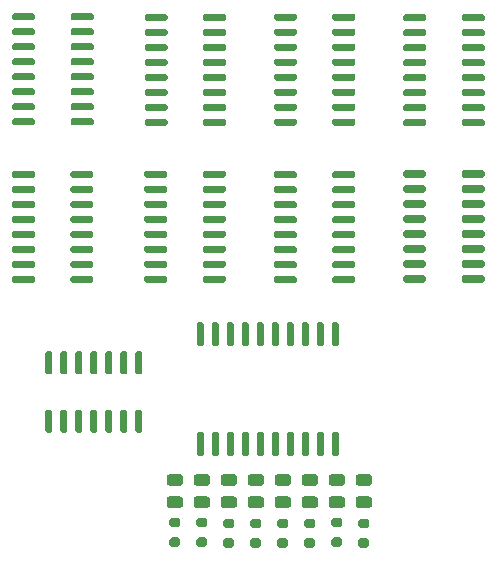
<source format=gbr>
%TF.GenerationSoftware,KiCad,Pcbnew,(5.1.10-1-10_14)*%
%TF.CreationDate,2021-09-23T00:24:02-04:00*%
%TF.ProjectId,BITWISE,42495457-4953-4452-9e6b-696361645f70,rev?*%
%TF.SameCoordinates,Original*%
%TF.FileFunction,Paste,Top*%
%TF.FilePolarity,Positive*%
%FSLAX46Y46*%
G04 Gerber Fmt 4.6, Leading zero omitted, Abs format (unit mm)*
G04 Created by KiCad (PCBNEW (5.1.10-1-10_14)) date 2021-09-23 00:24:02*
%MOMM*%
%LPD*%
G01*
G04 APERTURE LIST*
G04 APERTURE END LIST*
%TO.C,U18*%
G36*
G01*
X155171000Y-115639000D02*
X155471000Y-115639000D01*
G75*
G02*
X155621000Y-115789000I0J-150000D01*
G01*
X155621000Y-117539000D01*
G75*
G02*
X155471000Y-117689000I-150000J0D01*
G01*
X155171000Y-117689000D01*
G75*
G02*
X155021000Y-117539000I0J150000D01*
G01*
X155021000Y-115789000D01*
G75*
G02*
X155171000Y-115639000I150000J0D01*
G01*
G37*
G36*
G01*
X153901000Y-115639000D02*
X154201000Y-115639000D01*
G75*
G02*
X154351000Y-115789000I0J-150000D01*
G01*
X154351000Y-117539000D01*
G75*
G02*
X154201000Y-117689000I-150000J0D01*
G01*
X153901000Y-117689000D01*
G75*
G02*
X153751000Y-117539000I0J150000D01*
G01*
X153751000Y-115789000D01*
G75*
G02*
X153901000Y-115639000I150000J0D01*
G01*
G37*
G36*
G01*
X152631000Y-115639000D02*
X152931000Y-115639000D01*
G75*
G02*
X153081000Y-115789000I0J-150000D01*
G01*
X153081000Y-117539000D01*
G75*
G02*
X152931000Y-117689000I-150000J0D01*
G01*
X152631000Y-117689000D01*
G75*
G02*
X152481000Y-117539000I0J150000D01*
G01*
X152481000Y-115789000D01*
G75*
G02*
X152631000Y-115639000I150000J0D01*
G01*
G37*
G36*
G01*
X151361000Y-115639000D02*
X151661000Y-115639000D01*
G75*
G02*
X151811000Y-115789000I0J-150000D01*
G01*
X151811000Y-117539000D01*
G75*
G02*
X151661000Y-117689000I-150000J0D01*
G01*
X151361000Y-117689000D01*
G75*
G02*
X151211000Y-117539000I0J150000D01*
G01*
X151211000Y-115789000D01*
G75*
G02*
X151361000Y-115639000I150000J0D01*
G01*
G37*
G36*
G01*
X150091000Y-115639000D02*
X150391000Y-115639000D01*
G75*
G02*
X150541000Y-115789000I0J-150000D01*
G01*
X150541000Y-117539000D01*
G75*
G02*
X150391000Y-117689000I-150000J0D01*
G01*
X150091000Y-117689000D01*
G75*
G02*
X149941000Y-117539000I0J150000D01*
G01*
X149941000Y-115789000D01*
G75*
G02*
X150091000Y-115639000I150000J0D01*
G01*
G37*
G36*
G01*
X148821000Y-115639000D02*
X149121000Y-115639000D01*
G75*
G02*
X149271000Y-115789000I0J-150000D01*
G01*
X149271000Y-117539000D01*
G75*
G02*
X149121000Y-117689000I-150000J0D01*
G01*
X148821000Y-117689000D01*
G75*
G02*
X148671000Y-117539000I0J150000D01*
G01*
X148671000Y-115789000D01*
G75*
G02*
X148821000Y-115639000I150000J0D01*
G01*
G37*
G36*
G01*
X147551000Y-115639000D02*
X147851000Y-115639000D01*
G75*
G02*
X148001000Y-115789000I0J-150000D01*
G01*
X148001000Y-117539000D01*
G75*
G02*
X147851000Y-117689000I-150000J0D01*
G01*
X147551000Y-117689000D01*
G75*
G02*
X147401000Y-117539000I0J150000D01*
G01*
X147401000Y-115789000D01*
G75*
G02*
X147551000Y-115639000I150000J0D01*
G01*
G37*
G36*
G01*
X146281000Y-115639000D02*
X146581000Y-115639000D01*
G75*
G02*
X146731000Y-115789000I0J-150000D01*
G01*
X146731000Y-117539000D01*
G75*
G02*
X146581000Y-117689000I-150000J0D01*
G01*
X146281000Y-117689000D01*
G75*
G02*
X146131000Y-117539000I0J150000D01*
G01*
X146131000Y-115789000D01*
G75*
G02*
X146281000Y-115639000I150000J0D01*
G01*
G37*
G36*
G01*
X145011000Y-115639000D02*
X145311000Y-115639000D01*
G75*
G02*
X145461000Y-115789000I0J-150000D01*
G01*
X145461000Y-117539000D01*
G75*
G02*
X145311000Y-117689000I-150000J0D01*
G01*
X145011000Y-117689000D01*
G75*
G02*
X144861000Y-117539000I0J150000D01*
G01*
X144861000Y-115789000D01*
G75*
G02*
X145011000Y-115639000I150000J0D01*
G01*
G37*
G36*
G01*
X143741000Y-115639000D02*
X144041000Y-115639000D01*
G75*
G02*
X144191000Y-115789000I0J-150000D01*
G01*
X144191000Y-117539000D01*
G75*
G02*
X144041000Y-117689000I-150000J0D01*
G01*
X143741000Y-117689000D01*
G75*
G02*
X143591000Y-117539000I0J150000D01*
G01*
X143591000Y-115789000D01*
G75*
G02*
X143741000Y-115639000I150000J0D01*
G01*
G37*
G36*
G01*
X143741000Y-106339000D02*
X144041000Y-106339000D01*
G75*
G02*
X144191000Y-106489000I0J-150000D01*
G01*
X144191000Y-108239000D01*
G75*
G02*
X144041000Y-108389000I-150000J0D01*
G01*
X143741000Y-108389000D01*
G75*
G02*
X143591000Y-108239000I0J150000D01*
G01*
X143591000Y-106489000D01*
G75*
G02*
X143741000Y-106339000I150000J0D01*
G01*
G37*
G36*
G01*
X145011000Y-106339000D02*
X145311000Y-106339000D01*
G75*
G02*
X145461000Y-106489000I0J-150000D01*
G01*
X145461000Y-108239000D01*
G75*
G02*
X145311000Y-108389000I-150000J0D01*
G01*
X145011000Y-108389000D01*
G75*
G02*
X144861000Y-108239000I0J150000D01*
G01*
X144861000Y-106489000D01*
G75*
G02*
X145011000Y-106339000I150000J0D01*
G01*
G37*
G36*
G01*
X146281000Y-106339000D02*
X146581000Y-106339000D01*
G75*
G02*
X146731000Y-106489000I0J-150000D01*
G01*
X146731000Y-108239000D01*
G75*
G02*
X146581000Y-108389000I-150000J0D01*
G01*
X146281000Y-108389000D01*
G75*
G02*
X146131000Y-108239000I0J150000D01*
G01*
X146131000Y-106489000D01*
G75*
G02*
X146281000Y-106339000I150000J0D01*
G01*
G37*
G36*
G01*
X147551000Y-106339000D02*
X147851000Y-106339000D01*
G75*
G02*
X148001000Y-106489000I0J-150000D01*
G01*
X148001000Y-108239000D01*
G75*
G02*
X147851000Y-108389000I-150000J0D01*
G01*
X147551000Y-108389000D01*
G75*
G02*
X147401000Y-108239000I0J150000D01*
G01*
X147401000Y-106489000D01*
G75*
G02*
X147551000Y-106339000I150000J0D01*
G01*
G37*
G36*
G01*
X148821000Y-106339000D02*
X149121000Y-106339000D01*
G75*
G02*
X149271000Y-106489000I0J-150000D01*
G01*
X149271000Y-108239000D01*
G75*
G02*
X149121000Y-108389000I-150000J0D01*
G01*
X148821000Y-108389000D01*
G75*
G02*
X148671000Y-108239000I0J150000D01*
G01*
X148671000Y-106489000D01*
G75*
G02*
X148821000Y-106339000I150000J0D01*
G01*
G37*
G36*
G01*
X150091000Y-106339000D02*
X150391000Y-106339000D01*
G75*
G02*
X150541000Y-106489000I0J-150000D01*
G01*
X150541000Y-108239000D01*
G75*
G02*
X150391000Y-108389000I-150000J0D01*
G01*
X150091000Y-108389000D01*
G75*
G02*
X149941000Y-108239000I0J150000D01*
G01*
X149941000Y-106489000D01*
G75*
G02*
X150091000Y-106339000I150000J0D01*
G01*
G37*
G36*
G01*
X151361000Y-106339000D02*
X151661000Y-106339000D01*
G75*
G02*
X151811000Y-106489000I0J-150000D01*
G01*
X151811000Y-108239000D01*
G75*
G02*
X151661000Y-108389000I-150000J0D01*
G01*
X151361000Y-108389000D01*
G75*
G02*
X151211000Y-108239000I0J150000D01*
G01*
X151211000Y-106489000D01*
G75*
G02*
X151361000Y-106339000I150000J0D01*
G01*
G37*
G36*
G01*
X152631000Y-106339000D02*
X152931000Y-106339000D01*
G75*
G02*
X153081000Y-106489000I0J-150000D01*
G01*
X153081000Y-108239000D01*
G75*
G02*
X152931000Y-108389000I-150000J0D01*
G01*
X152631000Y-108389000D01*
G75*
G02*
X152481000Y-108239000I0J150000D01*
G01*
X152481000Y-106489000D01*
G75*
G02*
X152631000Y-106339000I150000J0D01*
G01*
G37*
G36*
G01*
X153901000Y-106339000D02*
X154201000Y-106339000D01*
G75*
G02*
X154351000Y-106489000I0J-150000D01*
G01*
X154351000Y-108239000D01*
G75*
G02*
X154201000Y-108389000I-150000J0D01*
G01*
X153901000Y-108389000D01*
G75*
G02*
X153751000Y-108239000I0J150000D01*
G01*
X153751000Y-106489000D01*
G75*
G02*
X153901000Y-106339000I150000J0D01*
G01*
G37*
G36*
G01*
X155171000Y-106339000D02*
X155471000Y-106339000D01*
G75*
G02*
X155621000Y-106489000I0J-150000D01*
G01*
X155621000Y-108239000D01*
G75*
G02*
X155471000Y-108389000I-150000J0D01*
G01*
X155171000Y-108389000D01*
G75*
G02*
X155021000Y-108239000I0J150000D01*
G01*
X155021000Y-106489000D01*
G75*
G02*
X155171000Y-106339000I150000J0D01*
G01*
G37*
%TD*%
%TO.C,U17*%
G36*
G01*
X131214000Y-110768000D02*
X130914000Y-110768000D01*
G75*
G02*
X130764000Y-110618000I0J150000D01*
G01*
X130764000Y-108968000D01*
G75*
G02*
X130914000Y-108818000I150000J0D01*
G01*
X131214000Y-108818000D01*
G75*
G02*
X131364000Y-108968000I0J-150000D01*
G01*
X131364000Y-110618000D01*
G75*
G02*
X131214000Y-110768000I-150000J0D01*
G01*
G37*
G36*
G01*
X132484000Y-110768000D02*
X132184000Y-110768000D01*
G75*
G02*
X132034000Y-110618000I0J150000D01*
G01*
X132034000Y-108968000D01*
G75*
G02*
X132184000Y-108818000I150000J0D01*
G01*
X132484000Y-108818000D01*
G75*
G02*
X132634000Y-108968000I0J-150000D01*
G01*
X132634000Y-110618000D01*
G75*
G02*
X132484000Y-110768000I-150000J0D01*
G01*
G37*
G36*
G01*
X133754000Y-110768000D02*
X133454000Y-110768000D01*
G75*
G02*
X133304000Y-110618000I0J150000D01*
G01*
X133304000Y-108968000D01*
G75*
G02*
X133454000Y-108818000I150000J0D01*
G01*
X133754000Y-108818000D01*
G75*
G02*
X133904000Y-108968000I0J-150000D01*
G01*
X133904000Y-110618000D01*
G75*
G02*
X133754000Y-110768000I-150000J0D01*
G01*
G37*
G36*
G01*
X135024000Y-110768000D02*
X134724000Y-110768000D01*
G75*
G02*
X134574000Y-110618000I0J150000D01*
G01*
X134574000Y-108968000D01*
G75*
G02*
X134724000Y-108818000I150000J0D01*
G01*
X135024000Y-108818000D01*
G75*
G02*
X135174000Y-108968000I0J-150000D01*
G01*
X135174000Y-110618000D01*
G75*
G02*
X135024000Y-110768000I-150000J0D01*
G01*
G37*
G36*
G01*
X136294000Y-110768000D02*
X135994000Y-110768000D01*
G75*
G02*
X135844000Y-110618000I0J150000D01*
G01*
X135844000Y-108968000D01*
G75*
G02*
X135994000Y-108818000I150000J0D01*
G01*
X136294000Y-108818000D01*
G75*
G02*
X136444000Y-108968000I0J-150000D01*
G01*
X136444000Y-110618000D01*
G75*
G02*
X136294000Y-110768000I-150000J0D01*
G01*
G37*
G36*
G01*
X137564000Y-110768000D02*
X137264000Y-110768000D01*
G75*
G02*
X137114000Y-110618000I0J150000D01*
G01*
X137114000Y-108968000D01*
G75*
G02*
X137264000Y-108818000I150000J0D01*
G01*
X137564000Y-108818000D01*
G75*
G02*
X137714000Y-108968000I0J-150000D01*
G01*
X137714000Y-110618000D01*
G75*
G02*
X137564000Y-110768000I-150000J0D01*
G01*
G37*
G36*
G01*
X138834000Y-110768000D02*
X138534000Y-110768000D01*
G75*
G02*
X138384000Y-110618000I0J150000D01*
G01*
X138384000Y-108968000D01*
G75*
G02*
X138534000Y-108818000I150000J0D01*
G01*
X138834000Y-108818000D01*
G75*
G02*
X138984000Y-108968000I0J-150000D01*
G01*
X138984000Y-110618000D01*
G75*
G02*
X138834000Y-110768000I-150000J0D01*
G01*
G37*
G36*
G01*
X138834000Y-115718000D02*
X138534000Y-115718000D01*
G75*
G02*
X138384000Y-115568000I0J150000D01*
G01*
X138384000Y-113918000D01*
G75*
G02*
X138534000Y-113768000I150000J0D01*
G01*
X138834000Y-113768000D01*
G75*
G02*
X138984000Y-113918000I0J-150000D01*
G01*
X138984000Y-115568000D01*
G75*
G02*
X138834000Y-115718000I-150000J0D01*
G01*
G37*
G36*
G01*
X137564000Y-115718000D02*
X137264000Y-115718000D01*
G75*
G02*
X137114000Y-115568000I0J150000D01*
G01*
X137114000Y-113918000D01*
G75*
G02*
X137264000Y-113768000I150000J0D01*
G01*
X137564000Y-113768000D01*
G75*
G02*
X137714000Y-113918000I0J-150000D01*
G01*
X137714000Y-115568000D01*
G75*
G02*
X137564000Y-115718000I-150000J0D01*
G01*
G37*
G36*
G01*
X136294000Y-115718000D02*
X135994000Y-115718000D01*
G75*
G02*
X135844000Y-115568000I0J150000D01*
G01*
X135844000Y-113918000D01*
G75*
G02*
X135994000Y-113768000I150000J0D01*
G01*
X136294000Y-113768000D01*
G75*
G02*
X136444000Y-113918000I0J-150000D01*
G01*
X136444000Y-115568000D01*
G75*
G02*
X136294000Y-115718000I-150000J0D01*
G01*
G37*
G36*
G01*
X135024000Y-115718000D02*
X134724000Y-115718000D01*
G75*
G02*
X134574000Y-115568000I0J150000D01*
G01*
X134574000Y-113918000D01*
G75*
G02*
X134724000Y-113768000I150000J0D01*
G01*
X135024000Y-113768000D01*
G75*
G02*
X135174000Y-113918000I0J-150000D01*
G01*
X135174000Y-115568000D01*
G75*
G02*
X135024000Y-115718000I-150000J0D01*
G01*
G37*
G36*
G01*
X133754000Y-115718000D02*
X133454000Y-115718000D01*
G75*
G02*
X133304000Y-115568000I0J150000D01*
G01*
X133304000Y-113918000D01*
G75*
G02*
X133454000Y-113768000I150000J0D01*
G01*
X133754000Y-113768000D01*
G75*
G02*
X133904000Y-113918000I0J-150000D01*
G01*
X133904000Y-115568000D01*
G75*
G02*
X133754000Y-115718000I-150000J0D01*
G01*
G37*
G36*
G01*
X132484000Y-115718000D02*
X132184000Y-115718000D01*
G75*
G02*
X132034000Y-115568000I0J150000D01*
G01*
X132034000Y-113918000D01*
G75*
G02*
X132184000Y-113768000I150000J0D01*
G01*
X132484000Y-113768000D01*
G75*
G02*
X132634000Y-113918000I0J-150000D01*
G01*
X132634000Y-115568000D01*
G75*
G02*
X132484000Y-115718000I-150000J0D01*
G01*
G37*
G36*
G01*
X131214000Y-115718000D02*
X130914000Y-115718000D01*
G75*
G02*
X130764000Y-115568000I0J150000D01*
G01*
X130764000Y-113918000D01*
G75*
G02*
X130914000Y-113768000I150000J0D01*
G01*
X131214000Y-113768000D01*
G75*
G02*
X131364000Y-113918000I0J-150000D01*
G01*
X131364000Y-115568000D01*
G75*
G02*
X131214000Y-115718000I-150000J0D01*
G01*
G37*
%TD*%
%TO.C,U16*%
G36*
G01*
X141457000Y-124568000D02*
X142007000Y-124568000D01*
G75*
G02*
X142207000Y-124768000I0J-200000D01*
G01*
X142207000Y-125168000D01*
G75*
G02*
X142007000Y-125368000I-200000J0D01*
G01*
X141457000Y-125368000D01*
G75*
G02*
X141257000Y-125168000I0J200000D01*
G01*
X141257000Y-124768000D01*
G75*
G02*
X141457000Y-124568000I200000J0D01*
G01*
G37*
G36*
G01*
X141457000Y-122918000D02*
X142007000Y-122918000D01*
G75*
G02*
X142207000Y-123118000I0J-200000D01*
G01*
X142207000Y-123518000D01*
G75*
G02*
X142007000Y-123718000I-200000J0D01*
G01*
X141457000Y-123718000D01*
G75*
G02*
X141257000Y-123518000I0J200000D01*
G01*
X141257000Y-123118000D01*
G75*
G02*
X141457000Y-122918000I200000J0D01*
G01*
G37*
%TD*%
%TO.C,U15*%
G36*
G01*
X143743000Y-124568000D02*
X144293000Y-124568000D01*
G75*
G02*
X144493000Y-124768000I0J-200000D01*
G01*
X144493000Y-125168000D01*
G75*
G02*
X144293000Y-125368000I-200000J0D01*
G01*
X143743000Y-125368000D01*
G75*
G02*
X143543000Y-125168000I0J200000D01*
G01*
X143543000Y-124768000D01*
G75*
G02*
X143743000Y-124568000I200000J0D01*
G01*
G37*
G36*
G01*
X143743000Y-122918000D02*
X144293000Y-122918000D01*
G75*
G02*
X144493000Y-123118000I0J-200000D01*
G01*
X144493000Y-123518000D01*
G75*
G02*
X144293000Y-123718000I-200000J0D01*
G01*
X143743000Y-123718000D01*
G75*
G02*
X143543000Y-123518000I0J200000D01*
G01*
X143543000Y-123118000D01*
G75*
G02*
X143743000Y-122918000I200000J0D01*
G01*
G37*
%TD*%
%TO.C,U14*%
G36*
G01*
X146029000Y-124631000D02*
X146579000Y-124631000D01*
G75*
G02*
X146779000Y-124831000I0J-200000D01*
G01*
X146779000Y-125231000D01*
G75*
G02*
X146579000Y-125431000I-200000J0D01*
G01*
X146029000Y-125431000D01*
G75*
G02*
X145829000Y-125231000I0J200000D01*
G01*
X145829000Y-124831000D01*
G75*
G02*
X146029000Y-124631000I200000J0D01*
G01*
G37*
G36*
G01*
X146029000Y-122981000D02*
X146579000Y-122981000D01*
G75*
G02*
X146779000Y-123181000I0J-200000D01*
G01*
X146779000Y-123581000D01*
G75*
G02*
X146579000Y-123781000I-200000J0D01*
G01*
X146029000Y-123781000D01*
G75*
G02*
X145829000Y-123581000I0J200000D01*
G01*
X145829000Y-123181000D01*
G75*
G02*
X146029000Y-122981000I200000J0D01*
G01*
G37*
%TD*%
%TO.C,U13*%
G36*
G01*
X148315000Y-124631000D02*
X148865000Y-124631000D01*
G75*
G02*
X149065000Y-124831000I0J-200000D01*
G01*
X149065000Y-125231000D01*
G75*
G02*
X148865000Y-125431000I-200000J0D01*
G01*
X148315000Y-125431000D01*
G75*
G02*
X148115000Y-125231000I0J200000D01*
G01*
X148115000Y-124831000D01*
G75*
G02*
X148315000Y-124631000I200000J0D01*
G01*
G37*
G36*
G01*
X148315000Y-122981000D02*
X148865000Y-122981000D01*
G75*
G02*
X149065000Y-123181000I0J-200000D01*
G01*
X149065000Y-123581000D01*
G75*
G02*
X148865000Y-123781000I-200000J0D01*
G01*
X148315000Y-123781000D01*
G75*
G02*
X148115000Y-123581000I0J200000D01*
G01*
X148115000Y-123181000D01*
G75*
G02*
X148315000Y-122981000I200000J0D01*
G01*
G37*
%TD*%
%TO.C,U12*%
G36*
G01*
X150601000Y-124631000D02*
X151151000Y-124631000D01*
G75*
G02*
X151351000Y-124831000I0J-200000D01*
G01*
X151351000Y-125231000D01*
G75*
G02*
X151151000Y-125431000I-200000J0D01*
G01*
X150601000Y-125431000D01*
G75*
G02*
X150401000Y-125231000I0J200000D01*
G01*
X150401000Y-124831000D01*
G75*
G02*
X150601000Y-124631000I200000J0D01*
G01*
G37*
G36*
G01*
X150601000Y-122981000D02*
X151151000Y-122981000D01*
G75*
G02*
X151351000Y-123181000I0J-200000D01*
G01*
X151351000Y-123581000D01*
G75*
G02*
X151151000Y-123781000I-200000J0D01*
G01*
X150601000Y-123781000D01*
G75*
G02*
X150401000Y-123581000I0J200000D01*
G01*
X150401000Y-123181000D01*
G75*
G02*
X150601000Y-122981000I200000J0D01*
G01*
G37*
%TD*%
%TO.C,U11*%
G36*
G01*
X152887000Y-124631000D02*
X153437000Y-124631000D01*
G75*
G02*
X153637000Y-124831000I0J-200000D01*
G01*
X153637000Y-125231000D01*
G75*
G02*
X153437000Y-125431000I-200000J0D01*
G01*
X152887000Y-125431000D01*
G75*
G02*
X152687000Y-125231000I0J200000D01*
G01*
X152687000Y-124831000D01*
G75*
G02*
X152887000Y-124631000I200000J0D01*
G01*
G37*
G36*
G01*
X152887000Y-122981000D02*
X153437000Y-122981000D01*
G75*
G02*
X153637000Y-123181000I0J-200000D01*
G01*
X153637000Y-123581000D01*
G75*
G02*
X153437000Y-123781000I-200000J0D01*
G01*
X152887000Y-123781000D01*
G75*
G02*
X152687000Y-123581000I0J200000D01*
G01*
X152687000Y-123181000D01*
G75*
G02*
X152887000Y-122981000I200000J0D01*
G01*
G37*
%TD*%
%TO.C,U10*%
G36*
G01*
X155173000Y-124568000D02*
X155723000Y-124568000D01*
G75*
G02*
X155923000Y-124768000I0J-200000D01*
G01*
X155923000Y-125168000D01*
G75*
G02*
X155723000Y-125368000I-200000J0D01*
G01*
X155173000Y-125368000D01*
G75*
G02*
X154973000Y-125168000I0J200000D01*
G01*
X154973000Y-124768000D01*
G75*
G02*
X155173000Y-124568000I200000J0D01*
G01*
G37*
G36*
G01*
X155173000Y-122918000D02*
X155723000Y-122918000D01*
G75*
G02*
X155923000Y-123118000I0J-200000D01*
G01*
X155923000Y-123518000D01*
G75*
G02*
X155723000Y-123718000I-200000J0D01*
G01*
X155173000Y-123718000D01*
G75*
G02*
X154973000Y-123518000I0J200000D01*
G01*
X154973000Y-123118000D01*
G75*
G02*
X155173000Y-122918000I200000J0D01*
G01*
G37*
%TD*%
%TO.C,U9*%
G36*
G01*
X157459000Y-124631000D02*
X158009000Y-124631000D01*
G75*
G02*
X158209000Y-124831000I0J-200000D01*
G01*
X158209000Y-125231000D01*
G75*
G02*
X158009000Y-125431000I-200000J0D01*
G01*
X157459000Y-125431000D01*
G75*
G02*
X157259000Y-125231000I0J200000D01*
G01*
X157259000Y-124831000D01*
G75*
G02*
X157459000Y-124631000I200000J0D01*
G01*
G37*
G36*
G01*
X157459000Y-122981000D02*
X158009000Y-122981000D01*
G75*
G02*
X158209000Y-123181000I0J-200000D01*
G01*
X158209000Y-123581000D01*
G75*
G02*
X158009000Y-123781000I-200000J0D01*
G01*
X157459000Y-123781000D01*
G75*
G02*
X157259000Y-123581000I0J200000D01*
G01*
X157259000Y-123181000D01*
G75*
G02*
X157459000Y-122981000I200000J0D01*
G01*
G37*
%TD*%
%TO.C,D8*%
G36*
G01*
X142188250Y-120200000D02*
X141275750Y-120200000D01*
G75*
G02*
X141032000Y-119956250I0J243750D01*
G01*
X141032000Y-119468750D01*
G75*
G02*
X141275750Y-119225000I243750J0D01*
G01*
X142188250Y-119225000D01*
G75*
G02*
X142432000Y-119468750I0J-243750D01*
G01*
X142432000Y-119956250D01*
G75*
G02*
X142188250Y-120200000I-243750J0D01*
G01*
G37*
G36*
G01*
X142188250Y-122075000D02*
X141275750Y-122075000D01*
G75*
G02*
X141032000Y-121831250I0J243750D01*
G01*
X141032000Y-121343750D01*
G75*
G02*
X141275750Y-121100000I243750J0D01*
G01*
X142188250Y-121100000D01*
G75*
G02*
X142432000Y-121343750I0J-243750D01*
G01*
X142432000Y-121831250D01*
G75*
G02*
X142188250Y-122075000I-243750J0D01*
G01*
G37*
%TD*%
%TO.C,D7*%
G36*
G01*
X144474250Y-120200000D02*
X143561750Y-120200000D01*
G75*
G02*
X143318000Y-119956250I0J243750D01*
G01*
X143318000Y-119468750D01*
G75*
G02*
X143561750Y-119225000I243750J0D01*
G01*
X144474250Y-119225000D01*
G75*
G02*
X144718000Y-119468750I0J-243750D01*
G01*
X144718000Y-119956250D01*
G75*
G02*
X144474250Y-120200000I-243750J0D01*
G01*
G37*
G36*
G01*
X144474250Y-122075000D02*
X143561750Y-122075000D01*
G75*
G02*
X143318000Y-121831250I0J243750D01*
G01*
X143318000Y-121343750D01*
G75*
G02*
X143561750Y-121100000I243750J0D01*
G01*
X144474250Y-121100000D01*
G75*
G02*
X144718000Y-121343750I0J-243750D01*
G01*
X144718000Y-121831250D01*
G75*
G02*
X144474250Y-122075000I-243750J0D01*
G01*
G37*
%TD*%
%TO.C,D6*%
G36*
G01*
X146760250Y-120200000D02*
X145847750Y-120200000D01*
G75*
G02*
X145604000Y-119956250I0J243750D01*
G01*
X145604000Y-119468750D01*
G75*
G02*
X145847750Y-119225000I243750J0D01*
G01*
X146760250Y-119225000D01*
G75*
G02*
X147004000Y-119468750I0J-243750D01*
G01*
X147004000Y-119956250D01*
G75*
G02*
X146760250Y-120200000I-243750J0D01*
G01*
G37*
G36*
G01*
X146760250Y-122075000D02*
X145847750Y-122075000D01*
G75*
G02*
X145604000Y-121831250I0J243750D01*
G01*
X145604000Y-121343750D01*
G75*
G02*
X145847750Y-121100000I243750J0D01*
G01*
X146760250Y-121100000D01*
G75*
G02*
X147004000Y-121343750I0J-243750D01*
G01*
X147004000Y-121831250D01*
G75*
G02*
X146760250Y-122075000I-243750J0D01*
G01*
G37*
%TD*%
%TO.C,D5*%
G36*
G01*
X149046250Y-120200000D02*
X148133750Y-120200000D01*
G75*
G02*
X147890000Y-119956250I0J243750D01*
G01*
X147890000Y-119468750D01*
G75*
G02*
X148133750Y-119225000I243750J0D01*
G01*
X149046250Y-119225000D01*
G75*
G02*
X149290000Y-119468750I0J-243750D01*
G01*
X149290000Y-119956250D01*
G75*
G02*
X149046250Y-120200000I-243750J0D01*
G01*
G37*
G36*
G01*
X149046250Y-122075000D02*
X148133750Y-122075000D01*
G75*
G02*
X147890000Y-121831250I0J243750D01*
G01*
X147890000Y-121343750D01*
G75*
G02*
X148133750Y-121100000I243750J0D01*
G01*
X149046250Y-121100000D01*
G75*
G02*
X149290000Y-121343750I0J-243750D01*
G01*
X149290000Y-121831250D01*
G75*
G02*
X149046250Y-122075000I-243750J0D01*
G01*
G37*
%TD*%
%TO.C,D4*%
G36*
G01*
X151332250Y-120200000D02*
X150419750Y-120200000D01*
G75*
G02*
X150176000Y-119956250I0J243750D01*
G01*
X150176000Y-119468750D01*
G75*
G02*
X150419750Y-119225000I243750J0D01*
G01*
X151332250Y-119225000D01*
G75*
G02*
X151576000Y-119468750I0J-243750D01*
G01*
X151576000Y-119956250D01*
G75*
G02*
X151332250Y-120200000I-243750J0D01*
G01*
G37*
G36*
G01*
X151332250Y-122075000D02*
X150419750Y-122075000D01*
G75*
G02*
X150176000Y-121831250I0J243750D01*
G01*
X150176000Y-121343750D01*
G75*
G02*
X150419750Y-121100000I243750J0D01*
G01*
X151332250Y-121100000D01*
G75*
G02*
X151576000Y-121343750I0J-243750D01*
G01*
X151576000Y-121831250D01*
G75*
G02*
X151332250Y-122075000I-243750J0D01*
G01*
G37*
%TD*%
%TO.C,D3*%
G36*
G01*
X153618250Y-120200000D02*
X152705750Y-120200000D01*
G75*
G02*
X152462000Y-119956250I0J243750D01*
G01*
X152462000Y-119468750D01*
G75*
G02*
X152705750Y-119225000I243750J0D01*
G01*
X153618250Y-119225000D01*
G75*
G02*
X153862000Y-119468750I0J-243750D01*
G01*
X153862000Y-119956250D01*
G75*
G02*
X153618250Y-120200000I-243750J0D01*
G01*
G37*
G36*
G01*
X153618250Y-122075000D02*
X152705750Y-122075000D01*
G75*
G02*
X152462000Y-121831250I0J243750D01*
G01*
X152462000Y-121343750D01*
G75*
G02*
X152705750Y-121100000I243750J0D01*
G01*
X153618250Y-121100000D01*
G75*
G02*
X153862000Y-121343750I0J-243750D01*
G01*
X153862000Y-121831250D01*
G75*
G02*
X153618250Y-122075000I-243750J0D01*
G01*
G37*
%TD*%
%TO.C,D2*%
G36*
G01*
X155904250Y-120200000D02*
X154991750Y-120200000D01*
G75*
G02*
X154748000Y-119956250I0J243750D01*
G01*
X154748000Y-119468750D01*
G75*
G02*
X154991750Y-119225000I243750J0D01*
G01*
X155904250Y-119225000D01*
G75*
G02*
X156148000Y-119468750I0J-243750D01*
G01*
X156148000Y-119956250D01*
G75*
G02*
X155904250Y-120200000I-243750J0D01*
G01*
G37*
G36*
G01*
X155904250Y-122075000D02*
X154991750Y-122075000D01*
G75*
G02*
X154748000Y-121831250I0J243750D01*
G01*
X154748000Y-121343750D01*
G75*
G02*
X154991750Y-121100000I243750J0D01*
G01*
X155904250Y-121100000D01*
G75*
G02*
X156148000Y-121343750I0J-243750D01*
G01*
X156148000Y-121831250D01*
G75*
G02*
X155904250Y-122075000I-243750J0D01*
G01*
G37*
%TD*%
%TO.C,D1*%
G36*
G01*
X158190250Y-120200000D02*
X157277750Y-120200000D01*
G75*
G02*
X157034000Y-119956250I0J243750D01*
G01*
X157034000Y-119468750D01*
G75*
G02*
X157277750Y-119225000I243750J0D01*
G01*
X158190250Y-119225000D01*
G75*
G02*
X158434000Y-119468750I0J-243750D01*
G01*
X158434000Y-119956250D01*
G75*
G02*
X158190250Y-120200000I-243750J0D01*
G01*
G37*
G36*
G01*
X158190250Y-122075000D02*
X157277750Y-122075000D01*
G75*
G02*
X157034000Y-121831250I0J243750D01*
G01*
X157034000Y-121343750D01*
G75*
G02*
X157277750Y-121100000I243750J0D01*
G01*
X158190250Y-121100000D01*
G75*
G02*
X158434000Y-121343750I0J-243750D01*
G01*
X158434000Y-121831250D01*
G75*
G02*
X158190250Y-122075000I-243750J0D01*
G01*
G37*
%TD*%
%TO.C,U8*%
G36*
G01*
X166014000Y-93944428D02*
X166014000Y-93644428D01*
G75*
G02*
X166164000Y-93494428I150000J0D01*
G01*
X167814000Y-93494428D01*
G75*
G02*
X167964000Y-93644428I0J-150000D01*
G01*
X167964000Y-93944428D01*
G75*
G02*
X167814000Y-94094428I-150000J0D01*
G01*
X166164000Y-94094428D01*
G75*
G02*
X166014000Y-93944428I0J150000D01*
G01*
G37*
G36*
G01*
X166014000Y-95214428D02*
X166014000Y-94914428D01*
G75*
G02*
X166164000Y-94764428I150000J0D01*
G01*
X167814000Y-94764428D01*
G75*
G02*
X167964000Y-94914428I0J-150000D01*
G01*
X167964000Y-95214428D01*
G75*
G02*
X167814000Y-95364428I-150000J0D01*
G01*
X166164000Y-95364428D01*
G75*
G02*
X166014000Y-95214428I0J150000D01*
G01*
G37*
G36*
G01*
X166014000Y-96484428D02*
X166014000Y-96184428D01*
G75*
G02*
X166164000Y-96034428I150000J0D01*
G01*
X167814000Y-96034428D01*
G75*
G02*
X167964000Y-96184428I0J-150000D01*
G01*
X167964000Y-96484428D01*
G75*
G02*
X167814000Y-96634428I-150000J0D01*
G01*
X166164000Y-96634428D01*
G75*
G02*
X166014000Y-96484428I0J150000D01*
G01*
G37*
G36*
G01*
X166014000Y-97754428D02*
X166014000Y-97454428D01*
G75*
G02*
X166164000Y-97304428I150000J0D01*
G01*
X167814000Y-97304428D01*
G75*
G02*
X167964000Y-97454428I0J-150000D01*
G01*
X167964000Y-97754428D01*
G75*
G02*
X167814000Y-97904428I-150000J0D01*
G01*
X166164000Y-97904428D01*
G75*
G02*
X166014000Y-97754428I0J150000D01*
G01*
G37*
G36*
G01*
X166014000Y-99024428D02*
X166014000Y-98724428D01*
G75*
G02*
X166164000Y-98574428I150000J0D01*
G01*
X167814000Y-98574428D01*
G75*
G02*
X167964000Y-98724428I0J-150000D01*
G01*
X167964000Y-99024428D01*
G75*
G02*
X167814000Y-99174428I-150000J0D01*
G01*
X166164000Y-99174428D01*
G75*
G02*
X166014000Y-99024428I0J150000D01*
G01*
G37*
G36*
G01*
X166014000Y-100294428D02*
X166014000Y-99994428D01*
G75*
G02*
X166164000Y-99844428I150000J0D01*
G01*
X167814000Y-99844428D01*
G75*
G02*
X167964000Y-99994428I0J-150000D01*
G01*
X167964000Y-100294428D01*
G75*
G02*
X167814000Y-100444428I-150000J0D01*
G01*
X166164000Y-100444428D01*
G75*
G02*
X166014000Y-100294428I0J150000D01*
G01*
G37*
G36*
G01*
X166014000Y-101564428D02*
X166014000Y-101264428D01*
G75*
G02*
X166164000Y-101114428I150000J0D01*
G01*
X167814000Y-101114428D01*
G75*
G02*
X167964000Y-101264428I0J-150000D01*
G01*
X167964000Y-101564428D01*
G75*
G02*
X167814000Y-101714428I-150000J0D01*
G01*
X166164000Y-101714428D01*
G75*
G02*
X166014000Y-101564428I0J150000D01*
G01*
G37*
G36*
G01*
X166014000Y-102834428D02*
X166014000Y-102534428D01*
G75*
G02*
X166164000Y-102384428I150000J0D01*
G01*
X167814000Y-102384428D01*
G75*
G02*
X167964000Y-102534428I0J-150000D01*
G01*
X167964000Y-102834428D01*
G75*
G02*
X167814000Y-102984428I-150000J0D01*
G01*
X166164000Y-102984428D01*
G75*
G02*
X166014000Y-102834428I0J150000D01*
G01*
G37*
G36*
G01*
X161064000Y-102834428D02*
X161064000Y-102534428D01*
G75*
G02*
X161214000Y-102384428I150000J0D01*
G01*
X162864000Y-102384428D01*
G75*
G02*
X163014000Y-102534428I0J-150000D01*
G01*
X163014000Y-102834428D01*
G75*
G02*
X162864000Y-102984428I-150000J0D01*
G01*
X161214000Y-102984428D01*
G75*
G02*
X161064000Y-102834428I0J150000D01*
G01*
G37*
G36*
G01*
X161064000Y-101564428D02*
X161064000Y-101264428D01*
G75*
G02*
X161214000Y-101114428I150000J0D01*
G01*
X162864000Y-101114428D01*
G75*
G02*
X163014000Y-101264428I0J-150000D01*
G01*
X163014000Y-101564428D01*
G75*
G02*
X162864000Y-101714428I-150000J0D01*
G01*
X161214000Y-101714428D01*
G75*
G02*
X161064000Y-101564428I0J150000D01*
G01*
G37*
G36*
G01*
X161064000Y-100294428D02*
X161064000Y-99994428D01*
G75*
G02*
X161214000Y-99844428I150000J0D01*
G01*
X162864000Y-99844428D01*
G75*
G02*
X163014000Y-99994428I0J-150000D01*
G01*
X163014000Y-100294428D01*
G75*
G02*
X162864000Y-100444428I-150000J0D01*
G01*
X161214000Y-100444428D01*
G75*
G02*
X161064000Y-100294428I0J150000D01*
G01*
G37*
G36*
G01*
X161064000Y-99024428D02*
X161064000Y-98724428D01*
G75*
G02*
X161214000Y-98574428I150000J0D01*
G01*
X162864000Y-98574428D01*
G75*
G02*
X163014000Y-98724428I0J-150000D01*
G01*
X163014000Y-99024428D01*
G75*
G02*
X162864000Y-99174428I-150000J0D01*
G01*
X161214000Y-99174428D01*
G75*
G02*
X161064000Y-99024428I0J150000D01*
G01*
G37*
G36*
G01*
X161064000Y-97754428D02*
X161064000Y-97454428D01*
G75*
G02*
X161214000Y-97304428I150000J0D01*
G01*
X162864000Y-97304428D01*
G75*
G02*
X163014000Y-97454428I0J-150000D01*
G01*
X163014000Y-97754428D01*
G75*
G02*
X162864000Y-97904428I-150000J0D01*
G01*
X161214000Y-97904428D01*
G75*
G02*
X161064000Y-97754428I0J150000D01*
G01*
G37*
G36*
G01*
X161064000Y-96484428D02*
X161064000Y-96184428D01*
G75*
G02*
X161214000Y-96034428I150000J0D01*
G01*
X162864000Y-96034428D01*
G75*
G02*
X163014000Y-96184428I0J-150000D01*
G01*
X163014000Y-96484428D01*
G75*
G02*
X162864000Y-96634428I-150000J0D01*
G01*
X161214000Y-96634428D01*
G75*
G02*
X161064000Y-96484428I0J150000D01*
G01*
G37*
G36*
G01*
X161064000Y-95214428D02*
X161064000Y-94914428D01*
G75*
G02*
X161214000Y-94764428I150000J0D01*
G01*
X162864000Y-94764428D01*
G75*
G02*
X163014000Y-94914428I0J-150000D01*
G01*
X163014000Y-95214428D01*
G75*
G02*
X162864000Y-95364428I-150000J0D01*
G01*
X161214000Y-95364428D01*
G75*
G02*
X161064000Y-95214428I0J150000D01*
G01*
G37*
G36*
G01*
X161064000Y-93944428D02*
X161064000Y-93644428D01*
G75*
G02*
X161214000Y-93494428I150000J0D01*
G01*
X162864000Y-93494428D01*
G75*
G02*
X163014000Y-93644428I0J-150000D01*
G01*
X163014000Y-93944428D01*
G75*
G02*
X162864000Y-94094428I-150000J0D01*
G01*
X161214000Y-94094428D01*
G75*
G02*
X161064000Y-93944428I0J150000D01*
G01*
G37*
%TD*%
%TO.C,U7*%
G36*
G01*
X166035142Y-80713571D02*
X166035142Y-80413571D01*
G75*
G02*
X166185142Y-80263571I150000J0D01*
G01*
X167835142Y-80263571D01*
G75*
G02*
X167985142Y-80413571I0J-150000D01*
G01*
X167985142Y-80713571D01*
G75*
G02*
X167835142Y-80863571I-150000J0D01*
G01*
X166185142Y-80863571D01*
G75*
G02*
X166035142Y-80713571I0J150000D01*
G01*
G37*
G36*
G01*
X166035142Y-81983571D02*
X166035142Y-81683571D01*
G75*
G02*
X166185142Y-81533571I150000J0D01*
G01*
X167835142Y-81533571D01*
G75*
G02*
X167985142Y-81683571I0J-150000D01*
G01*
X167985142Y-81983571D01*
G75*
G02*
X167835142Y-82133571I-150000J0D01*
G01*
X166185142Y-82133571D01*
G75*
G02*
X166035142Y-81983571I0J150000D01*
G01*
G37*
G36*
G01*
X166035142Y-83253571D02*
X166035142Y-82953571D01*
G75*
G02*
X166185142Y-82803571I150000J0D01*
G01*
X167835142Y-82803571D01*
G75*
G02*
X167985142Y-82953571I0J-150000D01*
G01*
X167985142Y-83253571D01*
G75*
G02*
X167835142Y-83403571I-150000J0D01*
G01*
X166185142Y-83403571D01*
G75*
G02*
X166035142Y-83253571I0J150000D01*
G01*
G37*
G36*
G01*
X166035142Y-84523571D02*
X166035142Y-84223571D01*
G75*
G02*
X166185142Y-84073571I150000J0D01*
G01*
X167835142Y-84073571D01*
G75*
G02*
X167985142Y-84223571I0J-150000D01*
G01*
X167985142Y-84523571D01*
G75*
G02*
X167835142Y-84673571I-150000J0D01*
G01*
X166185142Y-84673571D01*
G75*
G02*
X166035142Y-84523571I0J150000D01*
G01*
G37*
G36*
G01*
X166035142Y-85793571D02*
X166035142Y-85493571D01*
G75*
G02*
X166185142Y-85343571I150000J0D01*
G01*
X167835142Y-85343571D01*
G75*
G02*
X167985142Y-85493571I0J-150000D01*
G01*
X167985142Y-85793571D01*
G75*
G02*
X167835142Y-85943571I-150000J0D01*
G01*
X166185142Y-85943571D01*
G75*
G02*
X166035142Y-85793571I0J150000D01*
G01*
G37*
G36*
G01*
X166035142Y-87063571D02*
X166035142Y-86763571D01*
G75*
G02*
X166185142Y-86613571I150000J0D01*
G01*
X167835142Y-86613571D01*
G75*
G02*
X167985142Y-86763571I0J-150000D01*
G01*
X167985142Y-87063571D01*
G75*
G02*
X167835142Y-87213571I-150000J0D01*
G01*
X166185142Y-87213571D01*
G75*
G02*
X166035142Y-87063571I0J150000D01*
G01*
G37*
G36*
G01*
X166035142Y-88333571D02*
X166035142Y-88033571D01*
G75*
G02*
X166185142Y-87883571I150000J0D01*
G01*
X167835142Y-87883571D01*
G75*
G02*
X167985142Y-88033571I0J-150000D01*
G01*
X167985142Y-88333571D01*
G75*
G02*
X167835142Y-88483571I-150000J0D01*
G01*
X166185142Y-88483571D01*
G75*
G02*
X166035142Y-88333571I0J150000D01*
G01*
G37*
G36*
G01*
X166035142Y-89603571D02*
X166035142Y-89303571D01*
G75*
G02*
X166185142Y-89153571I150000J0D01*
G01*
X167835142Y-89153571D01*
G75*
G02*
X167985142Y-89303571I0J-150000D01*
G01*
X167985142Y-89603571D01*
G75*
G02*
X167835142Y-89753571I-150000J0D01*
G01*
X166185142Y-89753571D01*
G75*
G02*
X166035142Y-89603571I0J150000D01*
G01*
G37*
G36*
G01*
X161085142Y-89603571D02*
X161085142Y-89303571D01*
G75*
G02*
X161235142Y-89153571I150000J0D01*
G01*
X162885142Y-89153571D01*
G75*
G02*
X163035142Y-89303571I0J-150000D01*
G01*
X163035142Y-89603571D01*
G75*
G02*
X162885142Y-89753571I-150000J0D01*
G01*
X161235142Y-89753571D01*
G75*
G02*
X161085142Y-89603571I0J150000D01*
G01*
G37*
G36*
G01*
X161085142Y-88333571D02*
X161085142Y-88033571D01*
G75*
G02*
X161235142Y-87883571I150000J0D01*
G01*
X162885142Y-87883571D01*
G75*
G02*
X163035142Y-88033571I0J-150000D01*
G01*
X163035142Y-88333571D01*
G75*
G02*
X162885142Y-88483571I-150000J0D01*
G01*
X161235142Y-88483571D01*
G75*
G02*
X161085142Y-88333571I0J150000D01*
G01*
G37*
G36*
G01*
X161085142Y-87063571D02*
X161085142Y-86763571D01*
G75*
G02*
X161235142Y-86613571I150000J0D01*
G01*
X162885142Y-86613571D01*
G75*
G02*
X163035142Y-86763571I0J-150000D01*
G01*
X163035142Y-87063571D01*
G75*
G02*
X162885142Y-87213571I-150000J0D01*
G01*
X161235142Y-87213571D01*
G75*
G02*
X161085142Y-87063571I0J150000D01*
G01*
G37*
G36*
G01*
X161085142Y-85793571D02*
X161085142Y-85493571D01*
G75*
G02*
X161235142Y-85343571I150000J0D01*
G01*
X162885142Y-85343571D01*
G75*
G02*
X163035142Y-85493571I0J-150000D01*
G01*
X163035142Y-85793571D01*
G75*
G02*
X162885142Y-85943571I-150000J0D01*
G01*
X161235142Y-85943571D01*
G75*
G02*
X161085142Y-85793571I0J150000D01*
G01*
G37*
G36*
G01*
X161085142Y-84523571D02*
X161085142Y-84223571D01*
G75*
G02*
X161235142Y-84073571I150000J0D01*
G01*
X162885142Y-84073571D01*
G75*
G02*
X163035142Y-84223571I0J-150000D01*
G01*
X163035142Y-84523571D01*
G75*
G02*
X162885142Y-84673571I-150000J0D01*
G01*
X161235142Y-84673571D01*
G75*
G02*
X161085142Y-84523571I0J150000D01*
G01*
G37*
G36*
G01*
X161085142Y-83253571D02*
X161085142Y-82953571D01*
G75*
G02*
X161235142Y-82803571I150000J0D01*
G01*
X162885142Y-82803571D01*
G75*
G02*
X163035142Y-82953571I0J-150000D01*
G01*
X163035142Y-83253571D01*
G75*
G02*
X162885142Y-83403571I-150000J0D01*
G01*
X161235142Y-83403571D01*
G75*
G02*
X161085142Y-83253571I0J150000D01*
G01*
G37*
G36*
G01*
X161085142Y-81983571D02*
X161085142Y-81683571D01*
G75*
G02*
X161235142Y-81533571I150000J0D01*
G01*
X162885142Y-81533571D01*
G75*
G02*
X163035142Y-81683571I0J-150000D01*
G01*
X163035142Y-81983571D01*
G75*
G02*
X162885142Y-82133571I-150000J0D01*
G01*
X161235142Y-82133571D01*
G75*
G02*
X161085142Y-81983571I0J150000D01*
G01*
G37*
G36*
G01*
X161085142Y-80713571D02*
X161085142Y-80413571D01*
G75*
G02*
X161235142Y-80263571I150000J0D01*
G01*
X162885142Y-80263571D01*
G75*
G02*
X163035142Y-80413571I0J-150000D01*
G01*
X163035142Y-80713571D01*
G75*
G02*
X162885142Y-80863571I-150000J0D01*
G01*
X161235142Y-80863571D01*
G75*
G02*
X161085142Y-80713571I0J150000D01*
G01*
G37*
%TD*%
%TO.C,U6*%
G36*
G01*
X155054952Y-94012999D02*
X155054952Y-93712999D01*
G75*
G02*
X155204952Y-93562999I150000J0D01*
G01*
X156854952Y-93562999D01*
G75*
G02*
X157004952Y-93712999I0J-150000D01*
G01*
X157004952Y-94012999D01*
G75*
G02*
X156854952Y-94162999I-150000J0D01*
G01*
X155204952Y-94162999D01*
G75*
G02*
X155054952Y-94012999I0J150000D01*
G01*
G37*
G36*
G01*
X155054952Y-95282999D02*
X155054952Y-94982999D01*
G75*
G02*
X155204952Y-94832999I150000J0D01*
G01*
X156854952Y-94832999D01*
G75*
G02*
X157004952Y-94982999I0J-150000D01*
G01*
X157004952Y-95282999D01*
G75*
G02*
X156854952Y-95432999I-150000J0D01*
G01*
X155204952Y-95432999D01*
G75*
G02*
X155054952Y-95282999I0J150000D01*
G01*
G37*
G36*
G01*
X155054952Y-96552999D02*
X155054952Y-96252999D01*
G75*
G02*
X155204952Y-96102999I150000J0D01*
G01*
X156854952Y-96102999D01*
G75*
G02*
X157004952Y-96252999I0J-150000D01*
G01*
X157004952Y-96552999D01*
G75*
G02*
X156854952Y-96702999I-150000J0D01*
G01*
X155204952Y-96702999D01*
G75*
G02*
X155054952Y-96552999I0J150000D01*
G01*
G37*
G36*
G01*
X155054952Y-97822999D02*
X155054952Y-97522999D01*
G75*
G02*
X155204952Y-97372999I150000J0D01*
G01*
X156854952Y-97372999D01*
G75*
G02*
X157004952Y-97522999I0J-150000D01*
G01*
X157004952Y-97822999D01*
G75*
G02*
X156854952Y-97972999I-150000J0D01*
G01*
X155204952Y-97972999D01*
G75*
G02*
X155054952Y-97822999I0J150000D01*
G01*
G37*
G36*
G01*
X155054952Y-99092999D02*
X155054952Y-98792999D01*
G75*
G02*
X155204952Y-98642999I150000J0D01*
G01*
X156854952Y-98642999D01*
G75*
G02*
X157004952Y-98792999I0J-150000D01*
G01*
X157004952Y-99092999D01*
G75*
G02*
X156854952Y-99242999I-150000J0D01*
G01*
X155204952Y-99242999D01*
G75*
G02*
X155054952Y-99092999I0J150000D01*
G01*
G37*
G36*
G01*
X155054952Y-100362999D02*
X155054952Y-100062999D01*
G75*
G02*
X155204952Y-99912999I150000J0D01*
G01*
X156854952Y-99912999D01*
G75*
G02*
X157004952Y-100062999I0J-150000D01*
G01*
X157004952Y-100362999D01*
G75*
G02*
X156854952Y-100512999I-150000J0D01*
G01*
X155204952Y-100512999D01*
G75*
G02*
X155054952Y-100362999I0J150000D01*
G01*
G37*
G36*
G01*
X155054952Y-101632999D02*
X155054952Y-101332999D01*
G75*
G02*
X155204952Y-101182999I150000J0D01*
G01*
X156854952Y-101182999D01*
G75*
G02*
X157004952Y-101332999I0J-150000D01*
G01*
X157004952Y-101632999D01*
G75*
G02*
X156854952Y-101782999I-150000J0D01*
G01*
X155204952Y-101782999D01*
G75*
G02*
X155054952Y-101632999I0J150000D01*
G01*
G37*
G36*
G01*
X155054952Y-102902999D02*
X155054952Y-102602999D01*
G75*
G02*
X155204952Y-102452999I150000J0D01*
G01*
X156854952Y-102452999D01*
G75*
G02*
X157004952Y-102602999I0J-150000D01*
G01*
X157004952Y-102902999D01*
G75*
G02*
X156854952Y-103052999I-150000J0D01*
G01*
X155204952Y-103052999D01*
G75*
G02*
X155054952Y-102902999I0J150000D01*
G01*
G37*
G36*
G01*
X150104952Y-102902999D02*
X150104952Y-102602999D01*
G75*
G02*
X150254952Y-102452999I150000J0D01*
G01*
X151904952Y-102452999D01*
G75*
G02*
X152054952Y-102602999I0J-150000D01*
G01*
X152054952Y-102902999D01*
G75*
G02*
X151904952Y-103052999I-150000J0D01*
G01*
X150254952Y-103052999D01*
G75*
G02*
X150104952Y-102902999I0J150000D01*
G01*
G37*
G36*
G01*
X150104952Y-101632999D02*
X150104952Y-101332999D01*
G75*
G02*
X150254952Y-101182999I150000J0D01*
G01*
X151904952Y-101182999D01*
G75*
G02*
X152054952Y-101332999I0J-150000D01*
G01*
X152054952Y-101632999D01*
G75*
G02*
X151904952Y-101782999I-150000J0D01*
G01*
X150254952Y-101782999D01*
G75*
G02*
X150104952Y-101632999I0J150000D01*
G01*
G37*
G36*
G01*
X150104952Y-100362999D02*
X150104952Y-100062999D01*
G75*
G02*
X150254952Y-99912999I150000J0D01*
G01*
X151904952Y-99912999D01*
G75*
G02*
X152054952Y-100062999I0J-150000D01*
G01*
X152054952Y-100362999D01*
G75*
G02*
X151904952Y-100512999I-150000J0D01*
G01*
X150254952Y-100512999D01*
G75*
G02*
X150104952Y-100362999I0J150000D01*
G01*
G37*
G36*
G01*
X150104952Y-99092999D02*
X150104952Y-98792999D01*
G75*
G02*
X150254952Y-98642999I150000J0D01*
G01*
X151904952Y-98642999D01*
G75*
G02*
X152054952Y-98792999I0J-150000D01*
G01*
X152054952Y-99092999D01*
G75*
G02*
X151904952Y-99242999I-150000J0D01*
G01*
X150254952Y-99242999D01*
G75*
G02*
X150104952Y-99092999I0J150000D01*
G01*
G37*
G36*
G01*
X150104952Y-97822999D02*
X150104952Y-97522999D01*
G75*
G02*
X150254952Y-97372999I150000J0D01*
G01*
X151904952Y-97372999D01*
G75*
G02*
X152054952Y-97522999I0J-150000D01*
G01*
X152054952Y-97822999D01*
G75*
G02*
X151904952Y-97972999I-150000J0D01*
G01*
X150254952Y-97972999D01*
G75*
G02*
X150104952Y-97822999I0J150000D01*
G01*
G37*
G36*
G01*
X150104952Y-96552999D02*
X150104952Y-96252999D01*
G75*
G02*
X150254952Y-96102999I150000J0D01*
G01*
X151904952Y-96102999D01*
G75*
G02*
X152054952Y-96252999I0J-150000D01*
G01*
X152054952Y-96552999D01*
G75*
G02*
X151904952Y-96702999I-150000J0D01*
G01*
X150254952Y-96702999D01*
G75*
G02*
X150104952Y-96552999I0J150000D01*
G01*
G37*
G36*
G01*
X150104952Y-95282999D02*
X150104952Y-94982999D01*
G75*
G02*
X150254952Y-94832999I150000J0D01*
G01*
X151904952Y-94832999D01*
G75*
G02*
X152054952Y-94982999I0J-150000D01*
G01*
X152054952Y-95282999D01*
G75*
G02*
X151904952Y-95432999I-150000J0D01*
G01*
X150254952Y-95432999D01*
G75*
G02*
X150104952Y-95282999I0J150000D01*
G01*
G37*
G36*
G01*
X150104952Y-94012999D02*
X150104952Y-93712999D01*
G75*
G02*
X150254952Y-93562999I150000J0D01*
G01*
X151904952Y-93562999D01*
G75*
G02*
X152054952Y-93712999I0J-150000D01*
G01*
X152054952Y-94012999D01*
G75*
G02*
X151904952Y-94162999I-150000J0D01*
G01*
X150254952Y-94162999D01*
G75*
G02*
X150104952Y-94012999I0J150000D01*
G01*
G37*
%TD*%
%TO.C,U5*%
G36*
G01*
X144095904Y-93967285D02*
X144095904Y-93667285D01*
G75*
G02*
X144245904Y-93517285I150000J0D01*
G01*
X145895904Y-93517285D01*
G75*
G02*
X146045904Y-93667285I0J-150000D01*
G01*
X146045904Y-93967285D01*
G75*
G02*
X145895904Y-94117285I-150000J0D01*
G01*
X144245904Y-94117285D01*
G75*
G02*
X144095904Y-93967285I0J150000D01*
G01*
G37*
G36*
G01*
X144095904Y-95237285D02*
X144095904Y-94937285D01*
G75*
G02*
X144245904Y-94787285I150000J0D01*
G01*
X145895904Y-94787285D01*
G75*
G02*
X146045904Y-94937285I0J-150000D01*
G01*
X146045904Y-95237285D01*
G75*
G02*
X145895904Y-95387285I-150000J0D01*
G01*
X144245904Y-95387285D01*
G75*
G02*
X144095904Y-95237285I0J150000D01*
G01*
G37*
G36*
G01*
X144095904Y-96507285D02*
X144095904Y-96207285D01*
G75*
G02*
X144245904Y-96057285I150000J0D01*
G01*
X145895904Y-96057285D01*
G75*
G02*
X146045904Y-96207285I0J-150000D01*
G01*
X146045904Y-96507285D01*
G75*
G02*
X145895904Y-96657285I-150000J0D01*
G01*
X144245904Y-96657285D01*
G75*
G02*
X144095904Y-96507285I0J150000D01*
G01*
G37*
G36*
G01*
X144095904Y-97777285D02*
X144095904Y-97477285D01*
G75*
G02*
X144245904Y-97327285I150000J0D01*
G01*
X145895904Y-97327285D01*
G75*
G02*
X146045904Y-97477285I0J-150000D01*
G01*
X146045904Y-97777285D01*
G75*
G02*
X145895904Y-97927285I-150000J0D01*
G01*
X144245904Y-97927285D01*
G75*
G02*
X144095904Y-97777285I0J150000D01*
G01*
G37*
G36*
G01*
X144095904Y-99047285D02*
X144095904Y-98747285D01*
G75*
G02*
X144245904Y-98597285I150000J0D01*
G01*
X145895904Y-98597285D01*
G75*
G02*
X146045904Y-98747285I0J-150000D01*
G01*
X146045904Y-99047285D01*
G75*
G02*
X145895904Y-99197285I-150000J0D01*
G01*
X144245904Y-99197285D01*
G75*
G02*
X144095904Y-99047285I0J150000D01*
G01*
G37*
G36*
G01*
X144095904Y-100317285D02*
X144095904Y-100017285D01*
G75*
G02*
X144245904Y-99867285I150000J0D01*
G01*
X145895904Y-99867285D01*
G75*
G02*
X146045904Y-100017285I0J-150000D01*
G01*
X146045904Y-100317285D01*
G75*
G02*
X145895904Y-100467285I-150000J0D01*
G01*
X144245904Y-100467285D01*
G75*
G02*
X144095904Y-100317285I0J150000D01*
G01*
G37*
G36*
G01*
X144095904Y-101587285D02*
X144095904Y-101287285D01*
G75*
G02*
X144245904Y-101137285I150000J0D01*
G01*
X145895904Y-101137285D01*
G75*
G02*
X146045904Y-101287285I0J-150000D01*
G01*
X146045904Y-101587285D01*
G75*
G02*
X145895904Y-101737285I-150000J0D01*
G01*
X144245904Y-101737285D01*
G75*
G02*
X144095904Y-101587285I0J150000D01*
G01*
G37*
G36*
G01*
X144095904Y-102857285D02*
X144095904Y-102557285D01*
G75*
G02*
X144245904Y-102407285I150000J0D01*
G01*
X145895904Y-102407285D01*
G75*
G02*
X146045904Y-102557285I0J-150000D01*
G01*
X146045904Y-102857285D01*
G75*
G02*
X145895904Y-103007285I-150000J0D01*
G01*
X144245904Y-103007285D01*
G75*
G02*
X144095904Y-102857285I0J150000D01*
G01*
G37*
G36*
G01*
X139145904Y-102857285D02*
X139145904Y-102557285D01*
G75*
G02*
X139295904Y-102407285I150000J0D01*
G01*
X140945904Y-102407285D01*
G75*
G02*
X141095904Y-102557285I0J-150000D01*
G01*
X141095904Y-102857285D01*
G75*
G02*
X140945904Y-103007285I-150000J0D01*
G01*
X139295904Y-103007285D01*
G75*
G02*
X139145904Y-102857285I0J150000D01*
G01*
G37*
G36*
G01*
X139145904Y-101587285D02*
X139145904Y-101287285D01*
G75*
G02*
X139295904Y-101137285I150000J0D01*
G01*
X140945904Y-101137285D01*
G75*
G02*
X141095904Y-101287285I0J-150000D01*
G01*
X141095904Y-101587285D01*
G75*
G02*
X140945904Y-101737285I-150000J0D01*
G01*
X139295904Y-101737285D01*
G75*
G02*
X139145904Y-101587285I0J150000D01*
G01*
G37*
G36*
G01*
X139145904Y-100317285D02*
X139145904Y-100017285D01*
G75*
G02*
X139295904Y-99867285I150000J0D01*
G01*
X140945904Y-99867285D01*
G75*
G02*
X141095904Y-100017285I0J-150000D01*
G01*
X141095904Y-100317285D01*
G75*
G02*
X140945904Y-100467285I-150000J0D01*
G01*
X139295904Y-100467285D01*
G75*
G02*
X139145904Y-100317285I0J150000D01*
G01*
G37*
G36*
G01*
X139145904Y-99047285D02*
X139145904Y-98747285D01*
G75*
G02*
X139295904Y-98597285I150000J0D01*
G01*
X140945904Y-98597285D01*
G75*
G02*
X141095904Y-98747285I0J-150000D01*
G01*
X141095904Y-99047285D01*
G75*
G02*
X140945904Y-99197285I-150000J0D01*
G01*
X139295904Y-99197285D01*
G75*
G02*
X139145904Y-99047285I0J150000D01*
G01*
G37*
G36*
G01*
X139145904Y-97777285D02*
X139145904Y-97477285D01*
G75*
G02*
X139295904Y-97327285I150000J0D01*
G01*
X140945904Y-97327285D01*
G75*
G02*
X141095904Y-97477285I0J-150000D01*
G01*
X141095904Y-97777285D01*
G75*
G02*
X140945904Y-97927285I-150000J0D01*
G01*
X139295904Y-97927285D01*
G75*
G02*
X139145904Y-97777285I0J150000D01*
G01*
G37*
G36*
G01*
X139145904Y-96507285D02*
X139145904Y-96207285D01*
G75*
G02*
X139295904Y-96057285I150000J0D01*
G01*
X140945904Y-96057285D01*
G75*
G02*
X141095904Y-96207285I0J-150000D01*
G01*
X141095904Y-96507285D01*
G75*
G02*
X140945904Y-96657285I-150000J0D01*
G01*
X139295904Y-96657285D01*
G75*
G02*
X139145904Y-96507285I0J150000D01*
G01*
G37*
G36*
G01*
X139145904Y-95237285D02*
X139145904Y-94937285D01*
G75*
G02*
X139295904Y-94787285I150000J0D01*
G01*
X140945904Y-94787285D01*
G75*
G02*
X141095904Y-94937285I0J-150000D01*
G01*
X141095904Y-95237285D01*
G75*
G02*
X140945904Y-95387285I-150000J0D01*
G01*
X139295904Y-95387285D01*
G75*
G02*
X139145904Y-95237285I0J150000D01*
G01*
G37*
G36*
G01*
X139145904Y-93967285D02*
X139145904Y-93667285D01*
G75*
G02*
X139295904Y-93517285I150000J0D01*
G01*
X140945904Y-93517285D01*
G75*
G02*
X141095904Y-93667285I0J-150000D01*
G01*
X141095904Y-93967285D01*
G75*
G02*
X140945904Y-94117285I-150000J0D01*
G01*
X139295904Y-94117285D01*
G75*
G02*
X139145904Y-93967285I0J150000D01*
G01*
G37*
%TD*%
%TO.C,U4*%
G36*
G01*
X155076094Y-80667857D02*
X155076094Y-80367857D01*
G75*
G02*
X155226094Y-80217857I150000J0D01*
G01*
X156876094Y-80217857D01*
G75*
G02*
X157026094Y-80367857I0J-150000D01*
G01*
X157026094Y-80667857D01*
G75*
G02*
X156876094Y-80817857I-150000J0D01*
G01*
X155226094Y-80817857D01*
G75*
G02*
X155076094Y-80667857I0J150000D01*
G01*
G37*
G36*
G01*
X155076094Y-81937857D02*
X155076094Y-81637857D01*
G75*
G02*
X155226094Y-81487857I150000J0D01*
G01*
X156876094Y-81487857D01*
G75*
G02*
X157026094Y-81637857I0J-150000D01*
G01*
X157026094Y-81937857D01*
G75*
G02*
X156876094Y-82087857I-150000J0D01*
G01*
X155226094Y-82087857D01*
G75*
G02*
X155076094Y-81937857I0J150000D01*
G01*
G37*
G36*
G01*
X155076094Y-83207857D02*
X155076094Y-82907857D01*
G75*
G02*
X155226094Y-82757857I150000J0D01*
G01*
X156876094Y-82757857D01*
G75*
G02*
X157026094Y-82907857I0J-150000D01*
G01*
X157026094Y-83207857D01*
G75*
G02*
X156876094Y-83357857I-150000J0D01*
G01*
X155226094Y-83357857D01*
G75*
G02*
X155076094Y-83207857I0J150000D01*
G01*
G37*
G36*
G01*
X155076094Y-84477857D02*
X155076094Y-84177857D01*
G75*
G02*
X155226094Y-84027857I150000J0D01*
G01*
X156876094Y-84027857D01*
G75*
G02*
X157026094Y-84177857I0J-150000D01*
G01*
X157026094Y-84477857D01*
G75*
G02*
X156876094Y-84627857I-150000J0D01*
G01*
X155226094Y-84627857D01*
G75*
G02*
X155076094Y-84477857I0J150000D01*
G01*
G37*
G36*
G01*
X155076094Y-85747857D02*
X155076094Y-85447857D01*
G75*
G02*
X155226094Y-85297857I150000J0D01*
G01*
X156876094Y-85297857D01*
G75*
G02*
X157026094Y-85447857I0J-150000D01*
G01*
X157026094Y-85747857D01*
G75*
G02*
X156876094Y-85897857I-150000J0D01*
G01*
X155226094Y-85897857D01*
G75*
G02*
X155076094Y-85747857I0J150000D01*
G01*
G37*
G36*
G01*
X155076094Y-87017857D02*
X155076094Y-86717857D01*
G75*
G02*
X155226094Y-86567857I150000J0D01*
G01*
X156876094Y-86567857D01*
G75*
G02*
X157026094Y-86717857I0J-150000D01*
G01*
X157026094Y-87017857D01*
G75*
G02*
X156876094Y-87167857I-150000J0D01*
G01*
X155226094Y-87167857D01*
G75*
G02*
X155076094Y-87017857I0J150000D01*
G01*
G37*
G36*
G01*
X155076094Y-88287857D02*
X155076094Y-87987857D01*
G75*
G02*
X155226094Y-87837857I150000J0D01*
G01*
X156876094Y-87837857D01*
G75*
G02*
X157026094Y-87987857I0J-150000D01*
G01*
X157026094Y-88287857D01*
G75*
G02*
X156876094Y-88437857I-150000J0D01*
G01*
X155226094Y-88437857D01*
G75*
G02*
X155076094Y-88287857I0J150000D01*
G01*
G37*
G36*
G01*
X155076094Y-89557857D02*
X155076094Y-89257857D01*
G75*
G02*
X155226094Y-89107857I150000J0D01*
G01*
X156876094Y-89107857D01*
G75*
G02*
X157026094Y-89257857I0J-150000D01*
G01*
X157026094Y-89557857D01*
G75*
G02*
X156876094Y-89707857I-150000J0D01*
G01*
X155226094Y-89707857D01*
G75*
G02*
X155076094Y-89557857I0J150000D01*
G01*
G37*
G36*
G01*
X150126094Y-89557857D02*
X150126094Y-89257857D01*
G75*
G02*
X150276094Y-89107857I150000J0D01*
G01*
X151926094Y-89107857D01*
G75*
G02*
X152076094Y-89257857I0J-150000D01*
G01*
X152076094Y-89557857D01*
G75*
G02*
X151926094Y-89707857I-150000J0D01*
G01*
X150276094Y-89707857D01*
G75*
G02*
X150126094Y-89557857I0J150000D01*
G01*
G37*
G36*
G01*
X150126094Y-88287857D02*
X150126094Y-87987857D01*
G75*
G02*
X150276094Y-87837857I150000J0D01*
G01*
X151926094Y-87837857D01*
G75*
G02*
X152076094Y-87987857I0J-150000D01*
G01*
X152076094Y-88287857D01*
G75*
G02*
X151926094Y-88437857I-150000J0D01*
G01*
X150276094Y-88437857D01*
G75*
G02*
X150126094Y-88287857I0J150000D01*
G01*
G37*
G36*
G01*
X150126094Y-87017857D02*
X150126094Y-86717857D01*
G75*
G02*
X150276094Y-86567857I150000J0D01*
G01*
X151926094Y-86567857D01*
G75*
G02*
X152076094Y-86717857I0J-150000D01*
G01*
X152076094Y-87017857D01*
G75*
G02*
X151926094Y-87167857I-150000J0D01*
G01*
X150276094Y-87167857D01*
G75*
G02*
X150126094Y-87017857I0J150000D01*
G01*
G37*
G36*
G01*
X150126094Y-85747857D02*
X150126094Y-85447857D01*
G75*
G02*
X150276094Y-85297857I150000J0D01*
G01*
X151926094Y-85297857D01*
G75*
G02*
X152076094Y-85447857I0J-150000D01*
G01*
X152076094Y-85747857D01*
G75*
G02*
X151926094Y-85897857I-150000J0D01*
G01*
X150276094Y-85897857D01*
G75*
G02*
X150126094Y-85747857I0J150000D01*
G01*
G37*
G36*
G01*
X150126094Y-84477857D02*
X150126094Y-84177857D01*
G75*
G02*
X150276094Y-84027857I150000J0D01*
G01*
X151926094Y-84027857D01*
G75*
G02*
X152076094Y-84177857I0J-150000D01*
G01*
X152076094Y-84477857D01*
G75*
G02*
X151926094Y-84627857I-150000J0D01*
G01*
X150276094Y-84627857D01*
G75*
G02*
X150126094Y-84477857I0J150000D01*
G01*
G37*
G36*
G01*
X150126094Y-83207857D02*
X150126094Y-82907857D01*
G75*
G02*
X150276094Y-82757857I150000J0D01*
G01*
X151926094Y-82757857D01*
G75*
G02*
X152076094Y-82907857I0J-150000D01*
G01*
X152076094Y-83207857D01*
G75*
G02*
X151926094Y-83357857I-150000J0D01*
G01*
X150276094Y-83357857D01*
G75*
G02*
X150126094Y-83207857I0J150000D01*
G01*
G37*
G36*
G01*
X150126094Y-81937857D02*
X150126094Y-81637857D01*
G75*
G02*
X150276094Y-81487857I150000J0D01*
G01*
X151926094Y-81487857D01*
G75*
G02*
X152076094Y-81637857I0J-150000D01*
G01*
X152076094Y-81937857D01*
G75*
G02*
X151926094Y-82087857I-150000J0D01*
G01*
X150276094Y-82087857D01*
G75*
G02*
X150126094Y-81937857I0J150000D01*
G01*
G37*
G36*
G01*
X150126094Y-80667857D02*
X150126094Y-80367857D01*
G75*
G02*
X150276094Y-80217857I150000J0D01*
G01*
X151926094Y-80217857D01*
G75*
G02*
X152076094Y-80367857I0J-150000D01*
G01*
X152076094Y-80667857D01*
G75*
G02*
X151926094Y-80817857I-150000J0D01*
G01*
X150276094Y-80817857D01*
G75*
G02*
X150126094Y-80667857I0J150000D01*
G01*
G37*
%TD*%
%TO.C,U3*%
G36*
G01*
X144117047Y-80690714D02*
X144117047Y-80390714D01*
G75*
G02*
X144267047Y-80240714I150000J0D01*
G01*
X145917047Y-80240714D01*
G75*
G02*
X146067047Y-80390714I0J-150000D01*
G01*
X146067047Y-80690714D01*
G75*
G02*
X145917047Y-80840714I-150000J0D01*
G01*
X144267047Y-80840714D01*
G75*
G02*
X144117047Y-80690714I0J150000D01*
G01*
G37*
G36*
G01*
X144117047Y-81960714D02*
X144117047Y-81660714D01*
G75*
G02*
X144267047Y-81510714I150000J0D01*
G01*
X145917047Y-81510714D01*
G75*
G02*
X146067047Y-81660714I0J-150000D01*
G01*
X146067047Y-81960714D01*
G75*
G02*
X145917047Y-82110714I-150000J0D01*
G01*
X144267047Y-82110714D01*
G75*
G02*
X144117047Y-81960714I0J150000D01*
G01*
G37*
G36*
G01*
X144117047Y-83230714D02*
X144117047Y-82930714D01*
G75*
G02*
X144267047Y-82780714I150000J0D01*
G01*
X145917047Y-82780714D01*
G75*
G02*
X146067047Y-82930714I0J-150000D01*
G01*
X146067047Y-83230714D01*
G75*
G02*
X145917047Y-83380714I-150000J0D01*
G01*
X144267047Y-83380714D01*
G75*
G02*
X144117047Y-83230714I0J150000D01*
G01*
G37*
G36*
G01*
X144117047Y-84500714D02*
X144117047Y-84200714D01*
G75*
G02*
X144267047Y-84050714I150000J0D01*
G01*
X145917047Y-84050714D01*
G75*
G02*
X146067047Y-84200714I0J-150000D01*
G01*
X146067047Y-84500714D01*
G75*
G02*
X145917047Y-84650714I-150000J0D01*
G01*
X144267047Y-84650714D01*
G75*
G02*
X144117047Y-84500714I0J150000D01*
G01*
G37*
G36*
G01*
X144117047Y-85770714D02*
X144117047Y-85470714D01*
G75*
G02*
X144267047Y-85320714I150000J0D01*
G01*
X145917047Y-85320714D01*
G75*
G02*
X146067047Y-85470714I0J-150000D01*
G01*
X146067047Y-85770714D01*
G75*
G02*
X145917047Y-85920714I-150000J0D01*
G01*
X144267047Y-85920714D01*
G75*
G02*
X144117047Y-85770714I0J150000D01*
G01*
G37*
G36*
G01*
X144117047Y-87040714D02*
X144117047Y-86740714D01*
G75*
G02*
X144267047Y-86590714I150000J0D01*
G01*
X145917047Y-86590714D01*
G75*
G02*
X146067047Y-86740714I0J-150000D01*
G01*
X146067047Y-87040714D01*
G75*
G02*
X145917047Y-87190714I-150000J0D01*
G01*
X144267047Y-87190714D01*
G75*
G02*
X144117047Y-87040714I0J150000D01*
G01*
G37*
G36*
G01*
X144117047Y-88310714D02*
X144117047Y-88010714D01*
G75*
G02*
X144267047Y-87860714I150000J0D01*
G01*
X145917047Y-87860714D01*
G75*
G02*
X146067047Y-88010714I0J-150000D01*
G01*
X146067047Y-88310714D01*
G75*
G02*
X145917047Y-88460714I-150000J0D01*
G01*
X144267047Y-88460714D01*
G75*
G02*
X144117047Y-88310714I0J150000D01*
G01*
G37*
G36*
G01*
X144117047Y-89580714D02*
X144117047Y-89280714D01*
G75*
G02*
X144267047Y-89130714I150000J0D01*
G01*
X145917047Y-89130714D01*
G75*
G02*
X146067047Y-89280714I0J-150000D01*
G01*
X146067047Y-89580714D01*
G75*
G02*
X145917047Y-89730714I-150000J0D01*
G01*
X144267047Y-89730714D01*
G75*
G02*
X144117047Y-89580714I0J150000D01*
G01*
G37*
G36*
G01*
X139167047Y-89580714D02*
X139167047Y-89280714D01*
G75*
G02*
X139317047Y-89130714I150000J0D01*
G01*
X140967047Y-89130714D01*
G75*
G02*
X141117047Y-89280714I0J-150000D01*
G01*
X141117047Y-89580714D01*
G75*
G02*
X140967047Y-89730714I-150000J0D01*
G01*
X139317047Y-89730714D01*
G75*
G02*
X139167047Y-89580714I0J150000D01*
G01*
G37*
G36*
G01*
X139167047Y-88310714D02*
X139167047Y-88010714D01*
G75*
G02*
X139317047Y-87860714I150000J0D01*
G01*
X140967047Y-87860714D01*
G75*
G02*
X141117047Y-88010714I0J-150000D01*
G01*
X141117047Y-88310714D01*
G75*
G02*
X140967047Y-88460714I-150000J0D01*
G01*
X139317047Y-88460714D01*
G75*
G02*
X139167047Y-88310714I0J150000D01*
G01*
G37*
G36*
G01*
X139167047Y-87040714D02*
X139167047Y-86740714D01*
G75*
G02*
X139317047Y-86590714I150000J0D01*
G01*
X140967047Y-86590714D01*
G75*
G02*
X141117047Y-86740714I0J-150000D01*
G01*
X141117047Y-87040714D01*
G75*
G02*
X140967047Y-87190714I-150000J0D01*
G01*
X139317047Y-87190714D01*
G75*
G02*
X139167047Y-87040714I0J150000D01*
G01*
G37*
G36*
G01*
X139167047Y-85770714D02*
X139167047Y-85470714D01*
G75*
G02*
X139317047Y-85320714I150000J0D01*
G01*
X140967047Y-85320714D01*
G75*
G02*
X141117047Y-85470714I0J-150000D01*
G01*
X141117047Y-85770714D01*
G75*
G02*
X140967047Y-85920714I-150000J0D01*
G01*
X139317047Y-85920714D01*
G75*
G02*
X139167047Y-85770714I0J150000D01*
G01*
G37*
G36*
G01*
X139167047Y-84500714D02*
X139167047Y-84200714D01*
G75*
G02*
X139317047Y-84050714I150000J0D01*
G01*
X140967047Y-84050714D01*
G75*
G02*
X141117047Y-84200714I0J-150000D01*
G01*
X141117047Y-84500714D01*
G75*
G02*
X140967047Y-84650714I-150000J0D01*
G01*
X139317047Y-84650714D01*
G75*
G02*
X139167047Y-84500714I0J150000D01*
G01*
G37*
G36*
G01*
X139167047Y-83230714D02*
X139167047Y-82930714D01*
G75*
G02*
X139317047Y-82780714I150000J0D01*
G01*
X140967047Y-82780714D01*
G75*
G02*
X141117047Y-82930714I0J-150000D01*
G01*
X141117047Y-83230714D01*
G75*
G02*
X140967047Y-83380714I-150000J0D01*
G01*
X139317047Y-83380714D01*
G75*
G02*
X139167047Y-83230714I0J150000D01*
G01*
G37*
G36*
G01*
X139167047Y-81960714D02*
X139167047Y-81660714D01*
G75*
G02*
X139317047Y-81510714I150000J0D01*
G01*
X140967047Y-81510714D01*
G75*
G02*
X141117047Y-81660714I0J-150000D01*
G01*
X141117047Y-81960714D01*
G75*
G02*
X140967047Y-82110714I-150000J0D01*
G01*
X139317047Y-82110714D01*
G75*
G02*
X139167047Y-81960714I0J150000D01*
G01*
G37*
G36*
G01*
X139167047Y-80690714D02*
X139167047Y-80390714D01*
G75*
G02*
X139317047Y-80240714I150000J0D01*
G01*
X140967047Y-80240714D01*
G75*
G02*
X141117047Y-80390714I0J-150000D01*
G01*
X141117047Y-80690714D01*
G75*
G02*
X140967047Y-80840714I-150000J0D01*
G01*
X139317047Y-80840714D01*
G75*
G02*
X139167047Y-80690714I0J150000D01*
G01*
G37*
%TD*%
%TO.C,U2*%
G36*
G01*
X132882856Y-93990142D02*
X132882856Y-93690142D01*
G75*
G02*
X133032856Y-93540142I150000J0D01*
G01*
X134682856Y-93540142D01*
G75*
G02*
X134832856Y-93690142I0J-150000D01*
G01*
X134832856Y-93990142D01*
G75*
G02*
X134682856Y-94140142I-150000J0D01*
G01*
X133032856Y-94140142D01*
G75*
G02*
X132882856Y-93990142I0J150000D01*
G01*
G37*
G36*
G01*
X132882856Y-95260142D02*
X132882856Y-94960142D01*
G75*
G02*
X133032856Y-94810142I150000J0D01*
G01*
X134682856Y-94810142D01*
G75*
G02*
X134832856Y-94960142I0J-150000D01*
G01*
X134832856Y-95260142D01*
G75*
G02*
X134682856Y-95410142I-150000J0D01*
G01*
X133032856Y-95410142D01*
G75*
G02*
X132882856Y-95260142I0J150000D01*
G01*
G37*
G36*
G01*
X132882856Y-96530142D02*
X132882856Y-96230142D01*
G75*
G02*
X133032856Y-96080142I150000J0D01*
G01*
X134682856Y-96080142D01*
G75*
G02*
X134832856Y-96230142I0J-150000D01*
G01*
X134832856Y-96530142D01*
G75*
G02*
X134682856Y-96680142I-150000J0D01*
G01*
X133032856Y-96680142D01*
G75*
G02*
X132882856Y-96530142I0J150000D01*
G01*
G37*
G36*
G01*
X132882856Y-97800142D02*
X132882856Y-97500142D01*
G75*
G02*
X133032856Y-97350142I150000J0D01*
G01*
X134682856Y-97350142D01*
G75*
G02*
X134832856Y-97500142I0J-150000D01*
G01*
X134832856Y-97800142D01*
G75*
G02*
X134682856Y-97950142I-150000J0D01*
G01*
X133032856Y-97950142D01*
G75*
G02*
X132882856Y-97800142I0J150000D01*
G01*
G37*
G36*
G01*
X132882856Y-99070142D02*
X132882856Y-98770142D01*
G75*
G02*
X133032856Y-98620142I150000J0D01*
G01*
X134682856Y-98620142D01*
G75*
G02*
X134832856Y-98770142I0J-150000D01*
G01*
X134832856Y-99070142D01*
G75*
G02*
X134682856Y-99220142I-150000J0D01*
G01*
X133032856Y-99220142D01*
G75*
G02*
X132882856Y-99070142I0J150000D01*
G01*
G37*
G36*
G01*
X132882856Y-100340142D02*
X132882856Y-100040142D01*
G75*
G02*
X133032856Y-99890142I150000J0D01*
G01*
X134682856Y-99890142D01*
G75*
G02*
X134832856Y-100040142I0J-150000D01*
G01*
X134832856Y-100340142D01*
G75*
G02*
X134682856Y-100490142I-150000J0D01*
G01*
X133032856Y-100490142D01*
G75*
G02*
X132882856Y-100340142I0J150000D01*
G01*
G37*
G36*
G01*
X132882856Y-101610142D02*
X132882856Y-101310142D01*
G75*
G02*
X133032856Y-101160142I150000J0D01*
G01*
X134682856Y-101160142D01*
G75*
G02*
X134832856Y-101310142I0J-150000D01*
G01*
X134832856Y-101610142D01*
G75*
G02*
X134682856Y-101760142I-150000J0D01*
G01*
X133032856Y-101760142D01*
G75*
G02*
X132882856Y-101610142I0J150000D01*
G01*
G37*
G36*
G01*
X132882856Y-102880142D02*
X132882856Y-102580142D01*
G75*
G02*
X133032856Y-102430142I150000J0D01*
G01*
X134682856Y-102430142D01*
G75*
G02*
X134832856Y-102580142I0J-150000D01*
G01*
X134832856Y-102880142D01*
G75*
G02*
X134682856Y-103030142I-150000J0D01*
G01*
X133032856Y-103030142D01*
G75*
G02*
X132882856Y-102880142I0J150000D01*
G01*
G37*
G36*
G01*
X127932856Y-102880142D02*
X127932856Y-102580142D01*
G75*
G02*
X128082856Y-102430142I150000J0D01*
G01*
X129732856Y-102430142D01*
G75*
G02*
X129882856Y-102580142I0J-150000D01*
G01*
X129882856Y-102880142D01*
G75*
G02*
X129732856Y-103030142I-150000J0D01*
G01*
X128082856Y-103030142D01*
G75*
G02*
X127932856Y-102880142I0J150000D01*
G01*
G37*
G36*
G01*
X127932856Y-101610142D02*
X127932856Y-101310142D01*
G75*
G02*
X128082856Y-101160142I150000J0D01*
G01*
X129732856Y-101160142D01*
G75*
G02*
X129882856Y-101310142I0J-150000D01*
G01*
X129882856Y-101610142D01*
G75*
G02*
X129732856Y-101760142I-150000J0D01*
G01*
X128082856Y-101760142D01*
G75*
G02*
X127932856Y-101610142I0J150000D01*
G01*
G37*
G36*
G01*
X127932856Y-100340142D02*
X127932856Y-100040142D01*
G75*
G02*
X128082856Y-99890142I150000J0D01*
G01*
X129732856Y-99890142D01*
G75*
G02*
X129882856Y-100040142I0J-150000D01*
G01*
X129882856Y-100340142D01*
G75*
G02*
X129732856Y-100490142I-150000J0D01*
G01*
X128082856Y-100490142D01*
G75*
G02*
X127932856Y-100340142I0J150000D01*
G01*
G37*
G36*
G01*
X127932856Y-99070142D02*
X127932856Y-98770142D01*
G75*
G02*
X128082856Y-98620142I150000J0D01*
G01*
X129732856Y-98620142D01*
G75*
G02*
X129882856Y-98770142I0J-150000D01*
G01*
X129882856Y-99070142D01*
G75*
G02*
X129732856Y-99220142I-150000J0D01*
G01*
X128082856Y-99220142D01*
G75*
G02*
X127932856Y-99070142I0J150000D01*
G01*
G37*
G36*
G01*
X127932856Y-97800142D02*
X127932856Y-97500142D01*
G75*
G02*
X128082856Y-97350142I150000J0D01*
G01*
X129732856Y-97350142D01*
G75*
G02*
X129882856Y-97500142I0J-150000D01*
G01*
X129882856Y-97800142D01*
G75*
G02*
X129732856Y-97950142I-150000J0D01*
G01*
X128082856Y-97950142D01*
G75*
G02*
X127932856Y-97800142I0J150000D01*
G01*
G37*
G36*
G01*
X127932856Y-96530142D02*
X127932856Y-96230142D01*
G75*
G02*
X128082856Y-96080142I150000J0D01*
G01*
X129732856Y-96080142D01*
G75*
G02*
X129882856Y-96230142I0J-150000D01*
G01*
X129882856Y-96530142D01*
G75*
G02*
X129732856Y-96680142I-150000J0D01*
G01*
X128082856Y-96680142D01*
G75*
G02*
X127932856Y-96530142I0J150000D01*
G01*
G37*
G36*
G01*
X127932856Y-95260142D02*
X127932856Y-94960142D01*
G75*
G02*
X128082856Y-94810142I150000J0D01*
G01*
X129732856Y-94810142D01*
G75*
G02*
X129882856Y-94960142I0J-150000D01*
G01*
X129882856Y-95260142D01*
G75*
G02*
X129732856Y-95410142I-150000J0D01*
G01*
X128082856Y-95410142D01*
G75*
G02*
X127932856Y-95260142I0J150000D01*
G01*
G37*
G36*
G01*
X127932856Y-93990142D02*
X127932856Y-93690142D01*
G75*
G02*
X128082856Y-93540142I150000J0D01*
G01*
X129732856Y-93540142D01*
G75*
G02*
X129882856Y-93690142I0J-150000D01*
G01*
X129882856Y-93990142D01*
G75*
G02*
X129732856Y-94140142I-150000J0D01*
G01*
X128082856Y-94140142D01*
G75*
G02*
X127932856Y-93990142I0J150000D01*
G01*
G37*
%TD*%
%TO.C,U1*%
G36*
G01*
X132904000Y-80645000D02*
X132904000Y-80345000D01*
G75*
G02*
X133054000Y-80195000I150000J0D01*
G01*
X134704000Y-80195000D01*
G75*
G02*
X134854000Y-80345000I0J-150000D01*
G01*
X134854000Y-80645000D01*
G75*
G02*
X134704000Y-80795000I-150000J0D01*
G01*
X133054000Y-80795000D01*
G75*
G02*
X132904000Y-80645000I0J150000D01*
G01*
G37*
G36*
G01*
X132904000Y-81915000D02*
X132904000Y-81615000D01*
G75*
G02*
X133054000Y-81465000I150000J0D01*
G01*
X134704000Y-81465000D01*
G75*
G02*
X134854000Y-81615000I0J-150000D01*
G01*
X134854000Y-81915000D01*
G75*
G02*
X134704000Y-82065000I-150000J0D01*
G01*
X133054000Y-82065000D01*
G75*
G02*
X132904000Y-81915000I0J150000D01*
G01*
G37*
G36*
G01*
X132904000Y-83185000D02*
X132904000Y-82885000D01*
G75*
G02*
X133054000Y-82735000I150000J0D01*
G01*
X134704000Y-82735000D01*
G75*
G02*
X134854000Y-82885000I0J-150000D01*
G01*
X134854000Y-83185000D01*
G75*
G02*
X134704000Y-83335000I-150000J0D01*
G01*
X133054000Y-83335000D01*
G75*
G02*
X132904000Y-83185000I0J150000D01*
G01*
G37*
G36*
G01*
X132904000Y-84455000D02*
X132904000Y-84155000D01*
G75*
G02*
X133054000Y-84005000I150000J0D01*
G01*
X134704000Y-84005000D01*
G75*
G02*
X134854000Y-84155000I0J-150000D01*
G01*
X134854000Y-84455000D01*
G75*
G02*
X134704000Y-84605000I-150000J0D01*
G01*
X133054000Y-84605000D01*
G75*
G02*
X132904000Y-84455000I0J150000D01*
G01*
G37*
G36*
G01*
X132904000Y-85725000D02*
X132904000Y-85425000D01*
G75*
G02*
X133054000Y-85275000I150000J0D01*
G01*
X134704000Y-85275000D01*
G75*
G02*
X134854000Y-85425000I0J-150000D01*
G01*
X134854000Y-85725000D01*
G75*
G02*
X134704000Y-85875000I-150000J0D01*
G01*
X133054000Y-85875000D01*
G75*
G02*
X132904000Y-85725000I0J150000D01*
G01*
G37*
G36*
G01*
X132904000Y-86995000D02*
X132904000Y-86695000D01*
G75*
G02*
X133054000Y-86545000I150000J0D01*
G01*
X134704000Y-86545000D01*
G75*
G02*
X134854000Y-86695000I0J-150000D01*
G01*
X134854000Y-86995000D01*
G75*
G02*
X134704000Y-87145000I-150000J0D01*
G01*
X133054000Y-87145000D01*
G75*
G02*
X132904000Y-86995000I0J150000D01*
G01*
G37*
G36*
G01*
X132904000Y-88265000D02*
X132904000Y-87965000D01*
G75*
G02*
X133054000Y-87815000I150000J0D01*
G01*
X134704000Y-87815000D01*
G75*
G02*
X134854000Y-87965000I0J-150000D01*
G01*
X134854000Y-88265000D01*
G75*
G02*
X134704000Y-88415000I-150000J0D01*
G01*
X133054000Y-88415000D01*
G75*
G02*
X132904000Y-88265000I0J150000D01*
G01*
G37*
G36*
G01*
X132904000Y-89535000D02*
X132904000Y-89235000D01*
G75*
G02*
X133054000Y-89085000I150000J0D01*
G01*
X134704000Y-89085000D01*
G75*
G02*
X134854000Y-89235000I0J-150000D01*
G01*
X134854000Y-89535000D01*
G75*
G02*
X134704000Y-89685000I-150000J0D01*
G01*
X133054000Y-89685000D01*
G75*
G02*
X132904000Y-89535000I0J150000D01*
G01*
G37*
G36*
G01*
X127954000Y-89535000D02*
X127954000Y-89235000D01*
G75*
G02*
X128104000Y-89085000I150000J0D01*
G01*
X129754000Y-89085000D01*
G75*
G02*
X129904000Y-89235000I0J-150000D01*
G01*
X129904000Y-89535000D01*
G75*
G02*
X129754000Y-89685000I-150000J0D01*
G01*
X128104000Y-89685000D01*
G75*
G02*
X127954000Y-89535000I0J150000D01*
G01*
G37*
G36*
G01*
X127954000Y-88265000D02*
X127954000Y-87965000D01*
G75*
G02*
X128104000Y-87815000I150000J0D01*
G01*
X129754000Y-87815000D01*
G75*
G02*
X129904000Y-87965000I0J-150000D01*
G01*
X129904000Y-88265000D01*
G75*
G02*
X129754000Y-88415000I-150000J0D01*
G01*
X128104000Y-88415000D01*
G75*
G02*
X127954000Y-88265000I0J150000D01*
G01*
G37*
G36*
G01*
X127954000Y-86995000D02*
X127954000Y-86695000D01*
G75*
G02*
X128104000Y-86545000I150000J0D01*
G01*
X129754000Y-86545000D01*
G75*
G02*
X129904000Y-86695000I0J-150000D01*
G01*
X129904000Y-86995000D01*
G75*
G02*
X129754000Y-87145000I-150000J0D01*
G01*
X128104000Y-87145000D01*
G75*
G02*
X127954000Y-86995000I0J150000D01*
G01*
G37*
G36*
G01*
X127954000Y-85725000D02*
X127954000Y-85425000D01*
G75*
G02*
X128104000Y-85275000I150000J0D01*
G01*
X129754000Y-85275000D01*
G75*
G02*
X129904000Y-85425000I0J-150000D01*
G01*
X129904000Y-85725000D01*
G75*
G02*
X129754000Y-85875000I-150000J0D01*
G01*
X128104000Y-85875000D01*
G75*
G02*
X127954000Y-85725000I0J150000D01*
G01*
G37*
G36*
G01*
X127954000Y-84455000D02*
X127954000Y-84155000D01*
G75*
G02*
X128104000Y-84005000I150000J0D01*
G01*
X129754000Y-84005000D01*
G75*
G02*
X129904000Y-84155000I0J-150000D01*
G01*
X129904000Y-84455000D01*
G75*
G02*
X129754000Y-84605000I-150000J0D01*
G01*
X128104000Y-84605000D01*
G75*
G02*
X127954000Y-84455000I0J150000D01*
G01*
G37*
G36*
G01*
X127954000Y-83185000D02*
X127954000Y-82885000D01*
G75*
G02*
X128104000Y-82735000I150000J0D01*
G01*
X129754000Y-82735000D01*
G75*
G02*
X129904000Y-82885000I0J-150000D01*
G01*
X129904000Y-83185000D01*
G75*
G02*
X129754000Y-83335000I-150000J0D01*
G01*
X128104000Y-83335000D01*
G75*
G02*
X127954000Y-83185000I0J150000D01*
G01*
G37*
G36*
G01*
X127954000Y-81915000D02*
X127954000Y-81615000D01*
G75*
G02*
X128104000Y-81465000I150000J0D01*
G01*
X129754000Y-81465000D01*
G75*
G02*
X129904000Y-81615000I0J-150000D01*
G01*
X129904000Y-81915000D01*
G75*
G02*
X129754000Y-82065000I-150000J0D01*
G01*
X128104000Y-82065000D01*
G75*
G02*
X127954000Y-81915000I0J150000D01*
G01*
G37*
G36*
G01*
X127954000Y-80645000D02*
X127954000Y-80345000D01*
G75*
G02*
X128104000Y-80195000I150000J0D01*
G01*
X129754000Y-80195000D01*
G75*
G02*
X129904000Y-80345000I0J-150000D01*
G01*
X129904000Y-80645000D01*
G75*
G02*
X129754000Y-80795000I-150000J0D01*
G01*
X128104000Y-80795000D01*
G75*
G02*
X127954000Y-80645000I0J150000D01*
G01*
G37*
%TD*%
M02*

</source>
